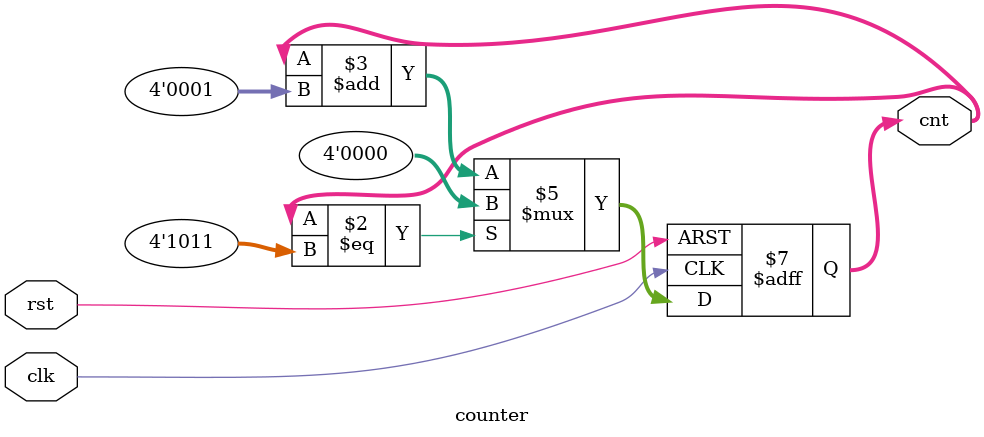
<source format=v>
module counter( output reg [3:0]cnt,
		input clk,
		input rst
		);

always@(posedge clk or posedge rst)
begin
	
	if(rst)
	 cnt <= 4'b0000;
	else if(cnt == 4'b1011)
	   cnt <= 4'b0000;
	else
	  cnt <= cnt + 4'b0001;
	
	
end

endmodule

</source>
